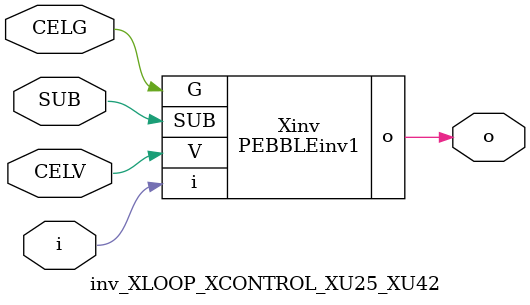
<source format=v>



module PEBBLEinv1 ( o, G, SUB, V, i );

  input V;
  input i;
  input G;
  output o;
  input SUB;
endmodule

//Celera Confidential Do Not Copy inv_XLOOP_XCONTROL_XU25_XU42
//Celera Confidential Symbol Generator
//5V Inverter
module inv_XLOOP_XCONTROL_XU25_XU42 (CELV,CELG,i,o,SUB);
input CELV;
input CELG;
input i;
input SUB;
output o;

//Celera Confidential Do Not Copy inv
PEBBLEinv1 Xinv(
.V (CELV),
.i (i),
.o (o),
.SUB (SUB),
.G (CELG)
);
//,diesize,PEBBLEinv1

//Celera Confidential Do Not Copy Module End
//Celera Schematic Generator
endmodule

</source>
